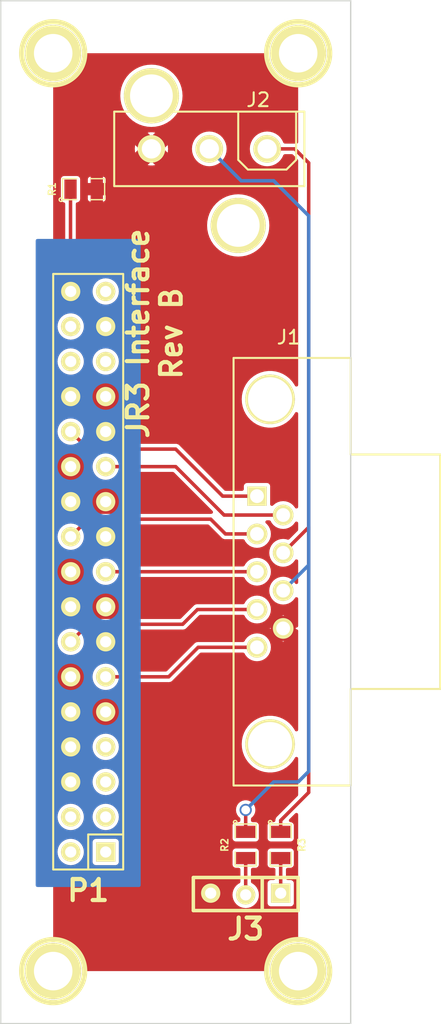
<source format=kicad_pcb>
(kicad_pcb (version 20221018) (generator pcbnew)
  (layers (0 "F.Cu" signal) (31 "B.Cu" signal) (34 "B.Paste" user) (35 "F.Paste" user) (36 "B.SilkS" user) (37 "F.SilkS" user) (38 "B.Mask" user) (39 "F.Mask" user) (44 "Edge.Cuts" user))
  (net 0 "")
  (net 1 "+12V")
  (net 2 "-12V")
  (net 3 "/AI_GND")
  (net 4 "/Fx")
  (net 5 "/Fy")
  (net 6 "/Fz")
  (net 7 "/Mx")
  (net 8 "/My")
  (net 9 "/Mz")
  (net 10 "GND")
  (net 11 "N-0000010")
  (net 12 "N-000003")
  (footprint "SM0805" (layer "F.Cu") (at 88.392 104.394 -90)
    (fp_text reference "R3" (at 0 -1.524 270) (layer "F.SilkS") (effects (font (size 0.50038 0.50038) (thickness 0.10922))))
    (fp_text value "500" hide)
    (fp_line (start -1.524 -0.762) (end -0.508 -0.762) (stroke (width 0.09906)) (layer "F.SilkS"))
    (fp_line (start -1.524 0.762) (end -1.524 -0.762) (stroke (width 0.09906)) (layer "F.SilkS"))
    (fp_line (start -0.508 0.762) (end -1.524 0.762) (stroke (width 0.09906)) (layer "F.SilkS"))
    (fp_line (start 0.508 -0.762) (end 1.524 -0.762) (stroke (width 0.09906)) (layer "F.SilkS"))
    (fp_line (start 1.524 -0.762) (end 1.524 0.762) (stroke (width 0.09906)) (layer "F.SilkS"))
    (fp_line (start 1.524 0.762) (end 0.508 0.762) (stroke (width 0.09906)) (layer "F.SilkS"))
    (fp_circle (center -1.651 0.762) (end -1.651 0.635) (stroke (width 0.09906)) (fill none) (layer "F.SilkS"))
    (pad "1" smd rect (at -0.9525 0 270) (size 0.889 1.397) (layers "F.Cu" "F.Paste" "F.Mask") (net 1 "+12V"))
    (pad "2" smd rect (at 0.9525 0 270) (size 0.889 1.397) (layers "F.Cu" "F.Paste" "F.Mask") (net 12 "N-000003"))
  )
  (footprint "SM0805" (layer "F.Cu") (at 85.852 104.394 -90)
    (fp_text reference "R2" (at 0 1.524 270) (layer "F.SilkS") (effects (font (size 0.50038 0.50038) (thickness 0.10922))))
    (fp_text value "500" hide)
    (fp_line (start -1.524 -0.762) (end -0.508 -0.762) (stroke (width 0.09906)) (layer "F.SilkS"))
    (fp_line (start -1.524 0.762) (end -1.524 -0.762) (stroke (width 0.09906)) (layer "F.SilkS"))
    (fp_line (start -0.508 0.762) (end -1.524 0.762) (stroke (width 0.09906)) (layer "F.SilkS"))
    (fp_line (start 0.508 -0.762) (end 1.524 -0.762) (stroke (width 0.09906)) (layer "F.SilkS"))
    (fp_line (start 1.524 -0.762) (end 1.524 0.762) (stroke (width 0.09906)) (layer "F.SilkS"))
    (fp_line (start 1.524 0.762) (end 0.508 0.762) (stroke (width 0.09906)) (layer "F.SilkS"))
    (fp_circle (center -1.651 0.762) (end -1.651 0.635) (stroke (width 0.09906)) (fill none) (layer "F.SilkS"))
    (pad "1" smd rect (at -0.9525 0 270) (size 0.889 1.397) (layers "F.Cu" "F.Paste" "F.Mask") (net 2 "-12V"))
    (pad "2" smd rect (at 0.9525 0 270) (size 0.889 1.397) (layers "F.Cu" "F.Paste" "F.Mask") (net 11 "N-0000010"))
  )
  (footprint "SM0805" (layer "F.Cu") (at 74.0918 56.8452)
    (fp_text reference "R1" (at -2.286 0 90) (layer "F.SilkS") (effects (font (size 0.50038 0.50038) (thickness 0.10922))))
    (fp_text value "20k" hide)
    (fp_line (start -1.524 -0.762) (end -0.508 -0.762) (stroke (width 0.09906)) (layer "F.SilkS"))
    (fp_line (start -1.524 0.762) (end -1.524 -0.762) (stroke (width 0.09906)) (layer "F.SilkS"))
    (fp_line (start -0.508 0.762) (end -1.524 0.762) (stroke (width 0.09906)) (layer "F.SilkS"))
    (fp_line (start 0.508 -0.762) (end 1.524 -0.762) (stroke (width 0.09906)) (layer "F.SilkS"))
    (fp_line (start 1.524 -0.762) (end 1.524 0.762) (stroke (width 0.09906)) (layer "F.SilkS"))
    (fp_line (start 1.524 0.762) (end 0.508 0.762) (stroke (width 0.09906)) (layer "F.SilkS"))
    (fp_circle (center -1.651 0.762) (end -1.651 0.635) (stroke (width 0.09906)) (fill none) (layer "F.SilkS"))
    (pad "1" smd rect (at -0.9525 0) (size 0.889 1.397) (layers "F.Cu" "F.Paste" "F.Mask") (net 3 "/AI_GND"))
    (pad "2" smd rect (at 0.9525 0) (size 0.889 1.397) (layers "F.Cu" "F.Paste" "F.Mask") (net 10 "GND"))
  )
  (footprint "CONN_MINI-FIT-JR_3_TH" (layer "F.Cu") (at 83.2104 53.9242)
    (fp_text reference "J2" (at 3.556 -3.556) (layer "F.SilkS"))
    (fp_text value "CONN_3" hide)
    (fp_line (start -6.9 -2.7) (end 6.9 -2.7) (stroke (width 0.15)) (layer "F.SilkS"))
    (fp_line (start -6.9 2.7) (end -6.9 -2.7) (stroke (width 0.15)) (layer "F.SilkS"))
    (fp_line (start 2.1 -2.7) (end 2.1 0.8) (stroke (width 0.15)) (layer "F.SilkS"))
    (fp_line (start 2.1 0.8) (end 2.8 1.5) (stroke (width 0.15)) (layer "F.SilkS"))
    (fp_line (start 2.8 1.5) (end 5.6 1.5) (stroke (width 0.15)) (layer "F.SilkS"))
    (fp_line (start 5.6 1.5) (end 6.3 0.8) (stroke (width 0.15)) (layer "F.SilkS"))
    (fp_line (start 6.3 0.8) (end 6.3 -2.7) (stroke (width 0.15)) (layer "F.SilkS"))
    (fp_line (start 6.9 -2.7) (end 6.9 2.7) (stroke (width 0.15)) (layer "F.SilkS"))
    (fp_line (start 6.9 2.7) (end -6.9 2.7) (stroke (width 0.15)) (layer "F.SilkS"))
    (pad "" thru_hole circle (at -4.2 -3.85) (size 4 4) (drill 3.1) (layers "*.Cu" "*.Mask" "F.SilkS"))
    (pad "" thru_hole circle (at 2.1 5.55) (size 4 4) (drill 3.1) (layers "*.Cu" "*.Mask" "F.SilkS"))
    (pad "1" thru_hole circle (at 4.2 0) (size 2 2) (drill 1.4) (layers "*.Cu" "*.Mask" "F.SilkS") (net 1 "+12V"))
    (pad "2" thru_hole circle (at 0 0) (size 2 2) (drill 1.4) (layers "*.Cu" "*.Mask" "F.SilkS") (net 2 "-12V"))
    (pad "3" thru_hole circle (at -4.2 0) (size 2 2) (drill 1.4) (layers "*.Cu" "*.Mask" "F.SilkS") (net 10 "GND"))
  )
  (footprint "CONN_DB9_SLIM" (layer "F.Cu") (at 93.472 84.582 90)
    (fp_text reference "J1" (at 17 -4.5 180) (layer "F.SilkS"))
    (fp_text value "DB9" hide)
    (fp_line (start -15.5 -8.5) (end 15.5 -8.5) (stroke (width 0.15)) (layer "F.SilkS"))
    (fp_line (start -15.5 -3) (end -15.5 -8.5) (stroke (width 0.15)) (layer "F.SilkS"))
    (fp_line (start -15.5 -3) (end -15.5 0) (stroke (width 0.15)) (layer "F.SilkS"))
    (fp_line (start -15.5 0) (end -8.5 0) (stroke (width 0.15)) (layer "F.SilkS"))
    (fp_line (start -8.5 6.5) (end -8.5 0) (stroke (width 0.15)) (layer "F.SilkS"))
    (fp_line (start 8.5 0) (end 8.5 6.5) (stroke (width 0.15)) (layer "F.SilkS"))
    (fp_line (start 8.5 6.5) (end -8.5 6.5) (stroke (width 0.15)) (layer "F.SilkS"))
    (fp_line (start 15.5 -8.5) (end 15.5 -3) (stroke (width 0.15)) (layer "F.SilkS"))
    (fp_line (start 15.5 -3) (end 15.5 0) (stroke (width 0.15)) (layer "F.SilkS"))
    (fp_line (start 15.5 0) (end 8.5 0) (stroke (width 0.15)) (layer "F.SilkS"))
    (pad "" thru_hole circle (at -12.5 -5.85 90) (size 3.6 3.6) (drill 3.2) (layers "*.Cu" "*.Mask" "F.SilkS"))
    (pad "" thru_hole circle (at 12.5 -5.85 90) (size 3.6 3.6) (drill 3.2) (layers "*.Cu" "*.Mask" "F.SilkS"))
    (pad "1" thru_hole rect (at 5.48 -6.8 90) (size 1.4 1.4) (drill 1) (layers "*.Cu" "*.Mask" "F.SilkS") (net 4 "/Fx"))
    (pad "2" thru_hole circle (at 2.74 -6.8 90) (size 1.5 1.5) (drill 1) (layers "*.Cu" "*.Mask" "F.SilkS") (net 5 "/Fy"))
    (pad "3" thru_hole circle (at 0 -6.8 90) (size 1.5 1.5) (drill 1) (layers "*.Cu" "*.Mask" "F.SilkS") (net 6 "/Fz"))
    (pad "4" thru_hole circle (at -2.74 -6.8 90) (size 1.5 1.5) (drill 1) (layers "*.Cu" "*.Mask" "F.SilkS") (net 7 "/Mx"))
    (pad "5" thru_hole circle (at -5.48 -6.8 90) (size 1.5 1.5) (drill 1) (layers "*.Cu" "*.Mask" "F.SilkS") (net 8 "/My"))
    (pad "6" thru_hole circle (at 4.11 -4.9 90) (size 1.5 1.5) (drill 1) (layers "*.Cu" "*.Mask" "F.SilkS") (net 9 "/Mz"))
    (pad "7" thru_hole circle (at 1.37 -4.9 90) (size 1.5 1.5) (drill 1) (layers "*.Cu" "*.Mask" "F.SilkS") (net 1 "+12V"))
    (pad "8" thru_hole circle (at -1.37 -4.9 90) (size 1.5 1.5) (drill 1) (layers "*.Cu" "*.Mask" "F.SilkS") (net 2 "-12V"))
    (pad "9" thru_hole circle (at -4.11 -4.9 90) (size 1.5 1.5) (drill 1) (layers "*.Cu" "*.Mask" "F.SilkS") (net 10 "GND"))
  )
  (footprint "CONN_2x17" (layer "F.Cu") (at 74.422 84.582)
    (fp_text reference "P1" (at 0 23.114) (layer "F.SilkS") (effects (font (size 1.524 1.524) (thickness 0.3048))))
    (fp_text value "HE10-34" hide)
    (fp_line (start -2.54 -21.59) (end 2.54 -21.59) (stroke (width 0.15)) (layer "F.SilkS"))
    (fp_line (start -2.54 21.59) (end -2.54 -21.59) (stroke (width 0.15)) (layer "F.SilkS"))
    (fp_line (start 0 19.05) (end 0 21.59) (stroke (width 0.15)) (layer "F.SilkS"))
    (fp_line (start 2.54 -21.59) (end 2.54 21.59) (stroke (width 0.15)) (layer "F.SilkS"))
    (fp_line (start 2.54 19.05) (end 0 19.05) (stroke (width 0.15)) (layer "F.SilkS"))
    (fp_line (start 2.54 21.59) (end -2.54 21.59) (stroke (width 0.15)) (layer "F.SilkS"))
    (pad "1" thru_hole rect (at 1.27 20.32) (size 1.397 1.397) (drill 0.8128) (layers "*.Cu" "*.Mask" "F.SilkS"))
    (pad "2" thru_hole circle (at -1.27 20.32) (size 1.397 1.397) (drill 0.8128) (layers "*.Cu" "*.Mask" "F.SilkS"))
    (pad "3" thru_hole circle (at 1.27 17.78) (size 1.397 1.397) (drill 0.8128) (layers "*.Cu" "*.Mask" "F.SilkS"))
    (pad "4" thru_hole circle (at -1.27 17.78) (size 1.397 1.397) (drill 0.8128) (layers "*.Cu" "*.Mask" "F.SilkS"))
    (pad "5" thru_hole circle (at 1.27 15.24) (size 1.397 1.397) (drill 0.8128) (layers "*.Cu" "*.Mask" "F.SilkS"))
    (pad "6" thru_hole circle (at -1.27 15.24) (size 1.397 1.397) (drill 0.8128) (layers "*.Cu" "*.Mask" "F.SilkS") (net 3 "/AI_GND"))
    (pad "7" thru_hole circle (at 1.27 12.7) (size 1.397 1.397) (drill 0.8128) (layers "*.Cu" "*.Mask" "F.SilkS"))
    (pad "8" thru_hole circle (at -1.27 12.7) (size 1.397 1.397) (drill 0.8128) (layers "*.Cu" "*.Mask" "F.SilkS") (net 3 "/AI_GND"))
    (pad "9" thru_hole circle (at 1.27 10.16) (size 1.397 1.397) (drill 0.8128) (layers "*.Cu" "*.Mask" "F.SilkS") (net 10 "GND"))
    (pad "10" thru_hole circle (at -1.27 10.16) (size 1.397 1.397) (drill 0.8128) (layers "*.Cu" "*.Mask" "F.SilkS") (net 3 "/AI_GND"))
    (pad "11" thru_hole circle (at 1.27 7.62) (size 1.397 1.397) (drill 0.8128) (layers "*.Cu" "*.Mask" "F.SilkS") (net 8 "/My"))
    (pad "12" thru_hole circle (at -1.27 7.62) (size 1.397 1.397) (drill 0.8128) (layers "*.Cu" "*.Mask" "F.SilkS") (net 10 "GND"))
    (pad "13" thru_hole circle (at 1.27 5.08) (size 1.397 1.397) (drill 0.8128) (layers "*.Cu" "*.Mask" "F.SilkS") (net 3 "/AI_GND"))
    (pad "14" thru_hole circle (at -1.27 5.08) (size 1.397 1.397) (drill 0.8128) (layers "*.Cu" "*.Mask" "F.SilkS") (net 7 "/Mx"))
    (pad "15" thru_hole circle (at 1.27 2.54) (size 1.397 1.397) (drill 0.8128) (layers "*.Cu" "*.Mask" "F.SilkS") (net 10 "GND"))
    (pad "16" thru_hole circle (at -1.27 2.54) (size 1.397 1.397) (drill 0.8128) (layers "*.Cu" "*.Mask" "F.SilkS") (net 3 "/AI_GND"))
    (pad "17" thru_hole circle (at 1.27 0) (size 1.397 1.397) (drill 0.8128) (layers "*.Cu" "*.Mask" "F.SilkS") (net 6 "/Fz"))
    (pad "18" thru_hole circle (at -1.27 0) (size 1.397 1.397) (drill 0.8128) (layers "*.Cu" "*.Mask" "F.SilkS") (net 10 "GND"))
    (pad "19" thru_hole circle (at 1.27 -2.54) (size 1.397 1.397) (drill 0.8128) (layers "*.Cu" "*.Mask" "F.SilkS") (net 3 "/AI_GND"))
    (pad "20" thru_hole circle (at -1.27 -2.54) (size 1.397 1.397) (drill 0.8128) (layers "*.Cu" "*.Mask" "F.SilkS") (net 5 "/Fy"))
    (pad "21" thru_hole circle (at 1.27 -5.08) (size 1.397 1.397) (drill 0.8128) (layers "*.Cu" "*.Mask" "F.SilkS") (net 10 "GND"))
    (pad "22" thru_hole circle (at -1.27 -5.08) (size 1.397 1.397) (drill 0.8128) (layers "*.Cu" "*.Mask" "F.SilkS") (net 3 "/AI_GND"))
    (pad "23" thru_hole circle (at 1.27 -7.62) (size 1.397 1.397) (drill 0.8128) (layers "*.Cu" "*.Mask" "F.SilkS") (net 9 "/Mz"))
    (pad "24" thru_hole circle (at -1.27 -7.62) (size 1.397 1.397) (drill 0.8128) (layers "*.Cu" "*.Mask" "F.SilkS") (net 10 "GND"))
    (pad "25" thru_hole circle (at 1.27 -10.16) (size 1.397 1.397) (drill 0.8128) (layers "*.Cu" "*.Mask" "F.SilkS") (net 3 "/AI_GND"))
    (pad "26" thru_hole circle (at -1.27 -10.16) (size 1.397 1.397) (drill 0.8128) (layers "*.Cu" "*.Mask" "F.SilkS") (net 4 "/Fx"))
    (pad "27" thru_hole circle (at 1.27 -12.7) (size 1.397 1.397) (drill 0.8128) (layers "*.Cu" "*.Mask" "F.SilkS") (net 10 "GND"))
    (pad "28" thru_hole circle (at -1.27 -12.7) (size 1.397 1.397) (drill 0.8128) (layers "*.Cu" "*.Mask" "F.SilkS") (net 3 "/AI_GND"))
    (pad "29" thru_hole circle (at 1.27 -15.24) (size 1.397 1.397) (drill 0.8128) (layers "*.Cu" "*.Mask" "F.SilkS"))
    (pad "30" thru_hole circle (at -1.27 -15.24) (size 1.397 1.397) (drill 0.8128) (layers "*.Cu" "*.Mask" "F.SilkS"))
    (pad "31" thru_hole circle (at 1.27 -17.78) (size 1.397 1.397) (drill 0.8128) (layers "*.Cu" "*.Mask" "F.SilkS") (net 3 "/AI_GND"))
    (pad "32" thru_hole circle (at -1.27 -17.78) (size 1.397 1.397) (drill 0.8128) (layers "*.Cu" "*.Mask" "F.SilkS"))
    (pad "33" thru_hole circle (at 1.27 -20.32) (size 1.397 1.397) (drill 0.8128) (layers "*.Cu" "*.Mask" "F.SilkS"))
    (pad "34" thru_hole circle (at -1.27 -20.32) (size 1.397 1.397) (drill 0.8128) (layers "*.Cu" "*.Mask" "F.SilkS") (net 3 "/AI_GND"))
  )
  (footprint "CONN_1x3" (layer "F.Cu") (at 85.852 107.95)
    (fp_text reference "J3" (at 0 2.54) (layer "F.SilkS") (effects (font (size 1.524 1.524) (thickness 0.3048))))
    (fp_text value "CONN_3" hide)
    (fp_line (start -3.8 -1.2) (end -3.8 1) (stroke (width 0.254)) (layer "F.SilkS"))
    (fp_line (start -3.8 1) (end -3.8 1.2) (stroke (width 0.254)) (layer "F.SilkS"))
    (fp_line (start -3.8 1.2) (end 3.8 1.2) (stroke (width 0.254)) (layer "F.SilkS"))
    (fp_line (start 1.2 1.2) (end 1.2 -1.2) (stroke (width 0.254)) (layer "F.SilkS"))
    (fp_line (start 3.6 -1.2) (end -3.8 -1.2) (stroke (width 0.254)) (layer "F.SilkS"))
    (fp_line (start 3.8 -1.2) (end 3.6 -1.2) (stroke (width 0.254)) (layer "F.SilkS"))
    (fp_line (start 3.8 1.2) (end 3.8 -1.2) (stroke (width 0.254)) (layer "F.SilkS"))
    (pad "1" thru_hole rect (at 2.54 -0.06096) (size 1.397 1.397) (drill 0.8128) (layers "*.Cu" "*.Mask" "F.SilkS") (net 12 "N-000003"))
    (pad "2" thru_hole circle (at 0 0.06096) (size 1.397 1.397) (drill 0.8128) (layers "*.Cu" "*.Mask" "F.SilkS") (net 11 "N-0000010"))
    (pad "3" thru_hole circle (at -2.54 -0.06096) (size 1.397 1.397) (drill 0.8128) (layers "*.Cu" "*.Mask" "F.SilkS") (net 10 "GND"))
  )
  (footprint "1pin" (layer "F.Cu") (at 71.882 113.538)
    (fp_text reference "1PIN" hide)
    (fp_text value "P***" hide)
    (fp_circle (center 0 0) (end 0 -2.286) (stroke (width 0.381)) (fill none) (layer "F.SilkS"))
    (pad "" thru_hole circle (at 0 0) (size 4.064 4.064) (drill 2.794) (layers "*.Cu" "*.Mask" "F.SilkS"))
  )
  (footprint "1pin" (layer "F.Cu") (at 71.882 46.99)
    (fp_text reference "1PIN" hide)
    (fp_text value "P***" hide)
    (fp_circle (center 0 0) (end 0 -2.286) (stroke (width 0.381)) (fill none) (layer "F.SilkS"))
    (pad "" thru_hole circle (at 0 0) (size 4.064 4.064) (drill 2.794) (layers "*.Cu" "*.Mask" "F.SilkS"))
  )
  (footprint "1pin" (layer "F.Cu") (at 89.662 113.538)
    (fp_text reference "1PIN" hide)
    (fp_text value "P***" hide)
    (fp_circle (center 0 0) (end 0 -2.286) (stroke (width 0.381)) (fill none) (layer "F.SilkS"))
    (pad "" thru_hole circle (at 0 0) (size 4.064 4.064) (drill 2.794) (layers "*.Cu" "*.Mask" "F.SilkS"))
  )
  (footprint "1pin" (layer "F.Cu") (at 89.662 46.99)
    (fp_text reference "1PIN" hide)
    (fp_text value "P***" hide)
    (fp_circle (center 0 0) (end 0 -2.286) (stroke (width 0.381)) (fill none) (layer "F.SilkS"))
    (pad "" thru_hole circle (at 0 0) (size 4.064 4.064) (drill 2.794) (layers "*.Cu" "*.Mask" "F.SilkS"))
  )
  (gr_line (start 93.472 117.348) (end 68.072 117.348) (stroke (width 0.1)) (layer "Edge.Cuts"))
  (gr_line (start 68.072 43.18) (end 93.472 43.18) (stroke (width 0.1)) (layer "Edge.Cuts"))
  (gr_line (start 68.072 117.348) (end 68.072 43.18) (stroke (width 0.1)) (layer "Edge.Cuts"))
  (gr_line (start 93.472 43.18) (end 93.472 117.348) (stroke (width 0.1)) (layer "Edge.Cuts"))
  (gr_text "JR3 Interface\nRev B" (at 79.248 67.31 90) (layer "F.SilkS") (effects (font (size 1.5 1.5) (thickness 0.3))))
  (segment (start 90.424 81.36) (end 90.424 60.452) (width 0.254) (layer "F.Cu") (net 1))
  (segment (start 88.392 102.616) (end 90.424 100.584) (width 0.254) (layer "F.Cu") (net 1))
  (segment (start 90.424 100.584) (end 90.424 81.534) (width 0.254) (layer "F.Cu") (net 1))
  (segment (start 90.424 81.36) (end 90.424 81.534) (width 0.254) (layer "F.Cu") (net 1))
  (segment (start 90.424 81.534) (end 90.424 81.36) (width 0.254) (layer "F.Cu") (net 1))
  (segment (start 90.424 54.9402) (end 89.408 53.9242) (width 0.254) (layer "F.Cu") (net 1))
  (segment (start 89.408 53.9242) (end 87.4104 53.9242) (width 0.254) (layer "F.Cu") (net 1))
  (segment (start 88.392 103.4415) (end 88.392 102.616) (width 0.254) (layer "F.Cu") (net 1))
  (segment (start 90.424 60.452) (end 90.424 54.9402) (width 0.254) (layer "F.Cu") (net 1))
  (segment (start 88.572 83.212) (end 90.424 81.36) (width 0.254) (layer "F.Cu") (net 1))
  (segment (start 85.852 103.4415) (end 85.852 101.854) (width 0.254) (layer "F.Cu") (net 2))
  (via (at 85.852 101.854) (size 0.889) (drill 0.635) (layers "F.Cu" "B.Cu") (net 2))
  (segment (start 90.424 65.024) (end 90.424 84.1) (width 0.254) (layer "B.Cu") (net 2))
  (segment (start 90.424 84.1) (end 88.572 85.952) (width 0.254) (layer "B.Cu") (net 2))
  (segment (start 85.852 101.854) (end 87.884 99.822) (width 0.254) (layer "B.Cu") (net 2))
  (segment (start 87.884 99.822) (end 89.662 99.822) (width 0.254) (layer "B.Cu") (net 2))
  (segment (start 89.662 99.822) (end 90.424 99.06) (width 0.254) (layer "B.Cu") (net 2))
  (segment (start 90.424 99.06) (end 90.424 84.1) (width 0.254) (layer "B.Cu") (net 2))
  (segment (start 90.424 58.7756) (end 87.884 56.2356) (width 0.254) (layer "B.Cu") (net 2))
  (segment (start 87.884 56.2356) (end 85.5218 56.2356) (width 0.254) (layer "B.Cu") (net 2))
  (segment (start 85.5218 56.2356) (end 83.2104 53.9242) (width 0.254) (layer "B.Cu") (net 2))
  (segment (start 90.424 65.024) (end 90.424 58.7756) (width 0.254) (layer "B.Cu") (net 2))
  (segment (start 73.1139 64.2239) (end 73.152 64.262) (width 0.254) (layer "F.Cu") (net 3))
  (segment (start 73.1393 64.2493) (end 73.152 64.262) (width 0.254) (layer "F.Cu") (net 3))
  (segment (start 73.1393 56.8452) (end 73.1393 64.2493) (width 0.254) (layer "F.Cu") (net 3))
  (segment (start 74.422 75.692) (end 80.772 75.692) (width 0.254) (layer "F.Cu") (net 4))
  (segment (start 80.772 75.692) (end 84.182 79.102) (width 0.254) (layer "F.Cu") (net 4))
  (segment (start 84.182 79.102) (end 86.672 79.102) (width 0.254) (layer "F.Cu") (net 4))
  (segment (start 73.152 74.422) (end 74.422 75.692) (width 0.254) (layer "F.Cu") (net 4))
  (segment (start 74.422 80.772) (end 83.312 80.772) (width 0.254) (layer "F.Cu") (net 5))
  (segment (start 83.312 80.772) (end 84.382 81.842) (width 0.254) (layer "F.Cu") (net 5))
  (segment (start 84.382 81.842) (end 86.672 81.842) (width 0.254) (layer "F.Cu") (net 5))
  (segment (start 73.152 82.042) (end 74.422 80.772) (width 0.254) (layer "F.Cu") (net 5))
  (segment (start 86.672 84.582) (end 75.692 84.582) (width 0.254) (layer "F.Cu") (net 6))
  (segment (start 74.422 88.392) (end 81.28 88.392) (width 0.254) (layer "F.Cu") (net 7))
  (segment (start 81.28 88.392) (end 82.35 87.322) (width 0.254) (layer "F.Cu") (net 7))
  (segment (start 82.35 87.322) (end 86.672 87.322) (width 0.254) (layer "F.Cu") (net 7))
  (segment (start 73.152 89.662) (end 74.422 88.392) (width 0.254) (layer "F.Cu") (net 7))
  (segment (start 80.264 92.202) (end 82.404 90.062) (width 0.254) (layer "F.Cu") (net 8))
  (segment (start 82.404 90.062) (end 86.672 90.062) (width 0.254) (layer "F.Cu") (net 8))
  (segment (start 75.692 92.202) (end 80.264 92.202) (width 0.254) (layer "F.Cu") (net 8))
  (segment (start 84.282 80.472) (end 80.772 76.962) (width 0.254) (layer "F.Cu") (net 9))
  (segment (start 80.772 76.962) (end 75.692 76.962) (width 0.254) (layer "F.Cu") (net 9))
  (segment (start 88.572 80.472) (end 84.282 80.472) (width 0.254) (layer "F.Cu") (net 9))
  (segment (start 85.852 105.3465) (end 85.852 108.01096) (width 0.254) (layer "F.Cu") (net 11))
  (segment (start 88.392 107.88904) (end 88.392 105.3465) (width 0.254) (layer "F.Cu") (net 12))
  (zone (net 10) (net_name "GND") (layer "F.Cu") (connect_pads (clearance 0.2032)) (min_thickness 0.254) (fill yes (thermal_gap 0.2032) (thermal_bridge_width 1.27))
    (polygon (pts (xy 89.662 113.538) (xy 71.882 113.538) (xy 71.882 46.99) (xy 89.662 46.99)))
  )
  (zone (net 3) (net_name "/AI_GND") (layer "B.Cu") (connect_pads (clearance 0.2032)) (min_thickness 0.254) (fill yes (thermal_gap 0.2032) (thermal_bridge_width 1.27))
    (polygon (pts (xy 78.232 107.442) (xy 70.612 107.442) (xy 70.612 60.452) (xy 78.232 60.452)))
  )
)
</source>
